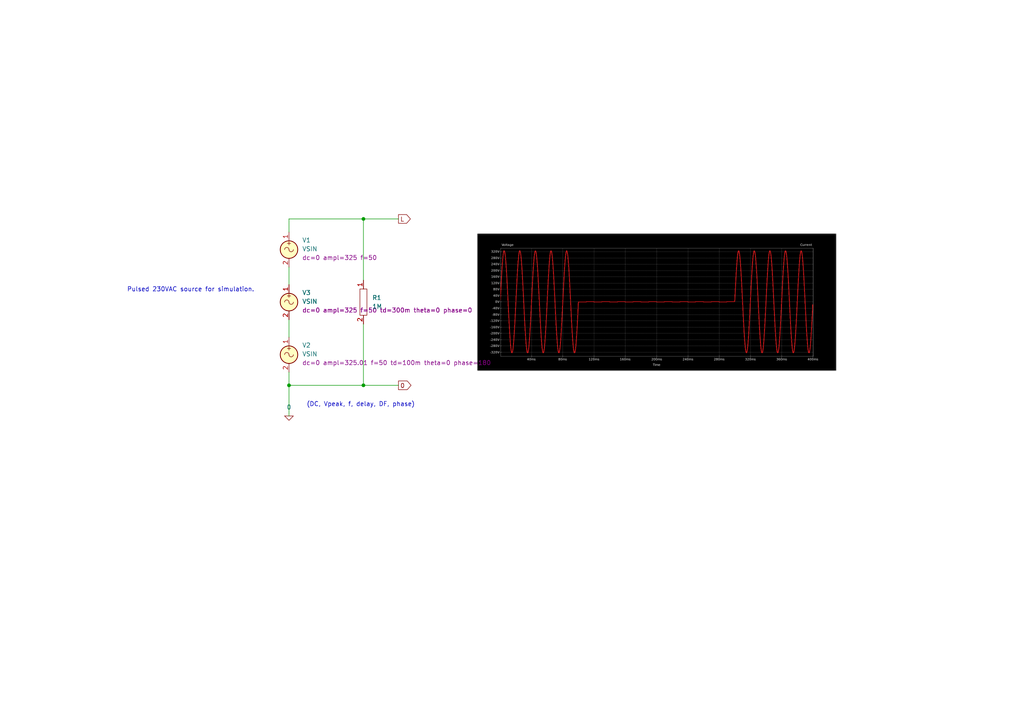
<source format=kicad_sch>
(kicad_sch (version 20211123) (generator eeschema)
  (paper "A4")
  (title_block (title "Scratchpad"))
  (lib_symbols
    (symbol "Simulation_SPICE:VSIN" (pin_names (offset 0.0254))
      (property "Reference" "V" (at 2.54 2.54 0))
      (property "Value" "VSIN" (at 2.54 0 0))
      (property "Spice_Model" "sin(0 1 1k)" (at 2.54 -2.54 0))
      (symbol "VSIN_0_0"
        (arc (start 0 0) (mid -0.635 0.635) (end -1.27 0))
        (arc (start 0 0) (mid 0.635 -0.635) (end 1.27 0))
        (text "+" (at 0 1.905 0) (effects (font (size 1.27 1.27))))
      )
      (symbol "VSIN_0_1"
        (circle (center 0 0) (radius 2.54) (stroke (width 0.254)) (fill (type background)))
      )
      (symbol "VSIN_1_1"
        (pin passive line (at 0 5.08 270) (length 2.54) (name "~") (number "1"))
        (pin passive line (at 0 -5.08 90) (length 2.54) (name "~") (number "2"))
      )
    )
    (symbol "VSIN_1" (pin_names (offset 0.0254))
      (property "Reference" "V" (at 2.54 2.54 0))
      (property "Value" "VSIN_1" (at 2.54 0 0))
      (property "Spice_Model" "sin(0 1 1k)" (at 2.54 -2.54 0))
      (symbol "VSIN_1_0_0"
        (arc (start 0 0) (mid -0.635 0.635) (end -1.27 0))
        (arc (start 0 0) (mid 0.635 -0.635) (end 1.27 0))
        (text "+" (at 0 1.905 0) (effects (font (size 1.27 1.27))))
      )
      (symbol "VSIN_1_0_1"
        (circle (center 0 0) (radius 2.54) (stroke (width 0.254)) (fill (type background)))
      )
      (symbol "VSIN_1_1_1"
        (pin passive line (at 0 5.08 270) (length 2.54) (name "~") (number "1"))
        (pin passive line (at 0 -5.08 90) (length 2.54) (name "~") (number "2"))
      )
    )
    (symbol "pspice:0" (power) (pin_names (offset 0))
      (property "Value" "0" (at 0 -1.778 0))
      (symbol "0_0_1"
        (polyline (pts (xy -1.27 0) (xy 0 -1.27) (xy 1.27 0) (xy -1.27 0)))
      )
      (symbol "0_1_1"
        (pin power_in line (at 0 0 0) (length 0) hide (name "0") (number "1"))
      )
    )
    (symbol "pspice:R" (pin_names (offset 0))
      (property "Reference" "R" (at 2.032 0 90))
      (property "Value" "R" (at 0 0 90))
      (symbol "R_0_1"
        (rectangle (start -1.016 3.81) (end 1.016 -3.81))
      )
      (symbol "R_1_1"
        (pin passive line (at 0 6.35 270) (length 2.54) (name "~") (number "1"))
        (pin passive line (at 0 -6.35 90) (length 2.54) (name "~") (number "2"))
      )
    )
  )
  (junction (at 105.41 63.5))
  (junction (at 105.41 111.76))
  (junction (at 83.82 111.76))
  (wire (pts (xy 105.41 111.76) (xy 115.57 111.76)))
  (wire (pts (xy 83.82 92.71) (xy 83.82 97.79)))
  (wire (pts (xy 105.41 93.98) (xy 105.41 111.76)))
  (wire (pts (xy 83.82 111.76) (xy 83.82 120.65)))
  (wire (pts (xy 83.82 107.95) (xy 83.82 111.76)))
  (wire (pts (xy 83.82 67.31) (xy 83.82 63.5)))
  (wire (pts (xy 83.82 77.47) (xy 83.82 82.55)))
  (wire (pts (xy 105.41 63.5) (xy 115.57 63.5)))
  (wire (pts (xy 105.41 81.28) (xy 105.41 63.5)))
  (wire (pts (xy 105.41 111.76) (xy 83.82 111.76)))
  (wire (pts (xy 83.82 63.5) (xy 105.41 63.5)))
  (image (at 190.5 87.63))
  (text "Pulsed 230VAC source for simulation.\n\n\n" (at 36.83 88.9 0) (effects (font (size 1.27 1.27)) (justify left bottom)))
  (text "(DC, Vpeak, f, delay, DF, phase)\n" (at 88.9 118.11 0) (effects (font (size 1.27 1.27)) (justify left bottom)))
  (global_label "L" (shape output) (at 115.57 63.5 0) (property "Intersheet References" "${INTERSHEET_REFS}" (effects hide)))
  (global_label "0" (shape output) (at 115.57 111.76 0) (property "Intersheet References" "${INTERSHEET_REFS}" (effects hide)))
  (symbol (lib_id "pspice:R") (at 105.41 87.63 0) (unit 1)
    (property "Reference" "R1" (at 107.95 86.3599 0) (effects (justify left)))
    (property "Value" "1M" (at 107.95 88.8999 0) (effects (justify left)))
  )
  (symbol (lib_id "pspice:0") (at 83.82 120.65 0) (unit 1)
    (property "Reference" "#GND?" (effects hide))
    (property "Value" "0" (at 83.82 118.11 0))
  )
  (symbol (lib_id "Simulation_SPICE:VSIN") (at 83.82 87.63 0) (unit 1)
    (property "Reference" "V3" (at 87.63 84.9001 0) (effects (justify left)))
    (property "Value" "VSIN" (at 87.63 87.4401 0) (effects (justify left)))
    (property "Spice_Netlist_Enabled" "Y" (effects hide))
    (property "Spice_Primitive" "V" (effects hide))
    (property "Spice_Model" "sin(0 325 50 300m 0 0)" (at 87.63 89.9801 0) (effects (justify left)))
  )
  (symbol (lib_id "Simulation_SPICE:VSIN") (at 83.82 102.87 0) (unit 1)
    (property "Reference" "V2" (at 87.63 100.1401 0) (effects (justify left)))
    (property "Value" "VSIN" (at 87.63 102.6801 0) (effects (justify left)))
    (property "Spice_Netlist_Enabled" "Y" (effects hide))
    (property "Spice_Primitive" "V" (effects hide))
    (property "Spice_Model" "sin(0 325.01 50 100m 0 180)" (at 87.63 105.2201 0) (effects (justify left)))
  )
  (symbol (lib_name "VSIN_1") (lib_id "Simulation_SPICE:VSIN") (at 83.82 72.39 0) (unit 1)
    (property "Reference" "V1" (at 87.63 69.6601 0) (effects (justify left)))
    (property "Value" "VSIN" (at 87.63 72.2001 0) (effects (justify left)))
    (property "Spice_Netlist_Enabled" "Y" (effects hide))
    (property "Spice_Primitive" "V" (effects hide))
    (property "Spice_Model" "sin(0 325 50)" (at 87.63 74.7401 0) (effects (justify left)))
  )
)
</source>
